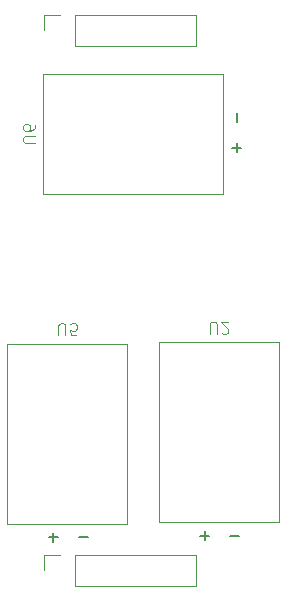
<source format=gbr>
%TF.GenerationSoftware,KiCad,Pcbnew,8.0.5*%
%TF.CreationDate,2024-11-13T12:53:38+05:30*%
%TF.ProjectId,low_pass,6c6f775f-7061-4737-932e-6b696361645f,rev?*%
%TF.SameCoordinates,Original*%
%TF.FileFunction,Legend,Bot*%
%TF.FilePolarity,Positive*%
%FSLAX46Y46*%
G04 Gerber Fmt 4.6, Leading zero omitted, Abs format (unit mm)*
G04 Created by KiCad (PCBNEW 8.0.5) date 2024-11-13 12:53:38*
%MOMM*%
%LPD*%
G01*
G04 APERTURE LIST*
%ADD10C,0.100000*%
%ADD11C,0.150000*%
%ADD12C,0.120000*%
%ADD13R,1.700000X1.700000*%
%ADD14O,1.700000X1.700000*%
%ADD15O,2.720000X3.240000*%
%ADD16R,1.800000X1.800000*%
%ADD17C,1.800000*%
G04 APERTURE END LIST*
D10*
X68580095Y-76488580D02*
X68580095Y-75679057D01*
X68580095Y-75679057D02*
X68627714Y-75583819D01*
X68627714Y-75583819D02*
X68675333Y-75536200D01*
X68675333Y-75536200D02*
X68770571Y-75488580D01*
X68770571Y-75488580D02*
X68961047Y-75488580D01*
X68961047Y-75488580D02*
X69056285Y-75536200D01*
X69056285Y-75536200D02*
X69103904Y-75583819D01*
X69103904Y-75583819D02*
X69151523Y-75679057D01*
X69151523Y-75679057D02*
X69151523Y-76488580D01*
X69580095Y-76393342D02*
X69627714Y-76440961D01*
X69627714Y-76440961D02*
X69722952Y-76488580D01*
X69722952Y-76488580D02*
X69961047Y-76488580D01*
X69961047Y-76488580D02*
X70056285Y-76440961D01*
X70056285Y-76440961D02*
X70103904Y-76393342D01*
X70103904Y-76393342D02*
X70151523Y-76298104D01*
X70151523Y-76298104D02*
X70151523Y-76202866D01*
X70151523Y-76202866D02*
X70103904Y-76060009D01*
X70103904Y-76060009D02*
X69532476Y-75488580D01*
X69532476Y-75488580D02*
X70151523Y-75488580D01*
D11*
X70313779Y-93602133D02*
X71075684Y-93602133D01*
X67773779Y-93602133D02*
X68535684Y-93602133D01*
X68154731Y-93221180D02*
X68154731Y-93983085D01*
D10*
X53755580Y-60324904D02*
X52946057Y-60324904D01*
X52946057Y-60324904D02*
X52850819Y-60277285D01*
X52850819Y-60277285D02*
X52803200Y-60229666D01*
X52803200Y-60229666D02*
X52755580Y-60134428D01*
X52755580Y-60134428D02*
X52755580Y-59943952D01*
X52755580Y-59943952D02*
X52803200Y-59848714D01*
X52803200Y-59848714D02*
X52850819Y-59801095D01*
X52850819Y-59801095D02*
X52946057Y-59753476D01*
X52946057Y-59753476D02*
X53755580Y-59753476D01*
X53755580Y-58848714D02*
X53755580Y-59039190D01*
X53755580Y-59039190D02*
X53707961Y-59134428D01*
X53707961Y-59134428D02*
X53660342Y-59182047D01*
X53660342Y-59182047D02*
X53517485Y-59277285D01*
X53517485Y-59277285D02*
X53327009Y-59324904D01*
X53327009Y-59324904D02*
X52946057Y-59324904D01*
X52946057Y-59324904D02*
X52850819Y-59277285D01*
X52850819Y-59277285D02*
X52803200Y-59229666D01*
X52803200Y-59229666D02*
X52755580Y-59134428D01*
X52755580Y-59134428D02*
X52755580Y-58943952D01*
X52755580Y-58943952D02*
X52803200Y-58848714D01*
X52803200Y-58848714D02*
X52850819Y-58801095D01*
X52850819Y-58801095D02*
X52946057Y-58753476D01*
X52946057Y-58753476D02*
X53184152Y-58753476D01*
X53184152Y-58753476D02*
X53279390Y-58801095D01*
X53279390Y-58801095D02*
X53327009Y-58848714D01*
X53327009Y-58848714D02*
X53374628Y-58943952D01*
X53374628Y-58943952D02*
X53374628Y-59134428D01*
X53374628Y-59134428D02*
X53327009Y-59229666D01*
X53327009Y-59229666D02*
X53279390Y-59277285D01*
X53279390Y-59277285D02*
X53184152Y-59324904D01*
D11*
X70869133Y-58591220D02*
X70869133Y-57829316D01*
X70869133Y-61131220D02*
X70869133Y-60369316D01*
X70488180Y-60750268D02*
X71250085Y-60750268D01*
D10*
X55753095Y-76615580D02*
X55753095Y-75806057D01*
X55753095Y-75806057D02*
X55800714Y-75710819D01*
X55800714Y-75710819D02*
X55848333Y-75663200D01*
X55848333Y-75663200D02*
X55943571Y-75615580D01*
X55943571Y-75615580D02*
X56134047Y-75615580D01*
X56134047Y-75615580D02*
X56229285Y-75663200D01*
X56229285Y-75663200D02*
X56276904Y-75710819D01*
X56276904Y-75710819D02*
X56324523Y-75806057D01*
X56324523Y-75806057D02*
X56324523Y-76615580D01*
X57276904Y-76615580D02*
X56800714Y-76615580D01*
X56800714Y-76615580D02*
X56753095Y-76139390D01*
X56753095Y-76139390D02*
X56800714Y-76187009D01*
X56800714Y-76187009D02*
X56895952Y-76234628D01*
X56895952Y-76234628D02*
X57134047Y-76234628D01*
X57134047Y-76234628D02*
X57229285Y-76187009D01*
X57229285Y-76187009D02*
X57276904Y-76139390D01*
X57276904Y-76139390D02*
X57324523Y-76044152D01*
X57324523Y-76044152D02*
X57324523Y-75806057D01*
X57324523Y-75806057D02*
X57276904Y-75710819D01*
X57276904Y-75710819D02*
X57229285Y-75663200D01*
X57229285Y-75663200D02*
X57134047Y-75615580D01*
X57134047Y-75615580D02*
X56895952Y-75615580D01*
X56895952Y-75615580D02*
X56800714Y-75663200D01*
X56800714Y-75663200D02*
X56753095Y-75710819D01*
D11*
X54946779Y-93729133D02*
X55708684Y-93729133D01*
X55327731Y-93348180D02*
X55327731Y-94110085D01*
X57486779Y-93729133D02*
X58248684Y-93729133D01*
D10*
%TO.C,U2*%
X64262000Y-77216000D02*
X74422000Y-77216000D01*
X64262000Y-92456000D02*
X64262000Y-77216000D01*
X66802000Y-92456000D02*
X64262000Y-92456000D01*
X71882000Y-92456000D02*
X66802000Y-92456000D01*
X74422000Y-77216000D02*
X74422000Y-92456000D01*
X74422000Y-92456000D02*
X71882000Y-92456000D01*
%TO.C,U6*%
X54483000Y-54483000D02*
X69723000Y-54483000D01*
X54483000Y-64643000D02*
X54483000Y-54483000D01*
X69723000Y-54483000D02*
X69723000Y-57023000D01*
X69723000Y-57023000D02*
X69723000Y-62103000D01*
X69723000Y-62103000D02*
X69723000Y-64643000D01*
X69723000Y-64643000D02*
X54483000Y-64643000D01*
D12*
%TO.C,GND1*%
X54550000Y-95190000D02*
X55880000Y-95190000D01*
X54550000Y-96520000D02*
X54550000Y-95190000D01*
X57150000Y-97850000D02*
X57150000Y-95190000D01*
X67370000Y-95190000D02*
X57150000Y-95190000D01*
X67370000Y-97850000D02*
X57150000Y-97850000D01*
X67370000Y-97850000D02*
X67370000Y-95190000D01*
%TO.C,5V1*%
X54550000Y-49470000D02*
X55880000Y-49470000D01*
X54550000Y-50800000D02*
X54550000Y-49470000D01*
X57150000Y-52130000D02*
X57150000Y-49470000D01*
X67370000Y-49470000D02*
X57150000Y-49470000D01*
X67370000Y-52130000D02*
X57150000Y-52130000D01*
X67370000Y-52130000D02*
X67370000Y-49470000D01*
D10*
%TO.C,U5*%
X51435000Y-77343000D02*
X61595000Y-77343000D01*
X51435000Y-92583000D02*
X51435000Y-77343000D01*
X53975000Y-92583000D02*
X51435000Y-92583000D01*
X59055000Y-92583000D02*
X53975000Y-92583000D01*
X61595000Y-77343000D02*
X61595000Y-92583000D01*
X61595000Y-92583000D02*
X59055000Y-92583000D01*
%TD*%
%LPC*%
D13*
%TO.C,OUTPUT1*%
X74930000Y-45720000D03*
D14*
X74930000Y-48260000D03*
X74930000Y-50800000D03*
X74930000Y-53340000D03*
X74930000Y-55880000D03*
%TD*%
D13*
%TO.C,INPUT1*%
X49530000Y-45720000D03*
D14*
X49530000Y-48260000D03*
X49530000Y-50800000D03*
X49530000Y-53340000D03*
X49530000Y-55880000D03*
%TD*%
D15*
%TO.C,RV2*%
X65050000Y-66805000D03*
X74650000Y-66805000D03*
D16*
X67350000Y-74305000D03*
D17*
X69850000Y-74305000D03*
X72350000Y-74305000D03*
%TD*%
D15*
%TO.C,RV1*%
X50064000Y-66805000D03*
X59664000Y-66805000D03*
D16*
X52364000Y-74305000D03*
D17*
X54864000Y-74305000D03*
X57364000Y-74305000D03*
%TD*%
%TO.C,U2*%
X70612000Y-91186000D03*
X68072000Y-91186000D03*
X70612000Y-78486000D03*
X68072000Y-78486000D03*
%TD*%
%TO.C,U6*%
X68453000Y-58293000D03*
X68453000Y-60833000D03*
X55753000Y-58293000D03*
X55753000Y-60833000D03*
%TD*%
D13*
%TO.C,GND1*%
X55880000Y-96520000D03*
D14*
X58420000Y-96520000D03*
X60960000Y-96520000D03*
X63500000Y-96520000D03*
X66040000Y-96520000D03*
%TD*%
D13*
%TO.C,5V1*%
X55880000Y-50800000D03*
D14*
X58420000Y-50800000D03*
X60960000Y-50800000D03*
X63500000Y-50800000D03*
X66040000Y-50800000D03*
%TD*%
D17*
%TO.C,U5*%
X57785000Y-91313000D03*
X55245000Y-91313000D03*
X57785000Y-78613000D03*
X55245000Y-78613000D03*
%TD*%
%LPD*%
M02*

</source>
